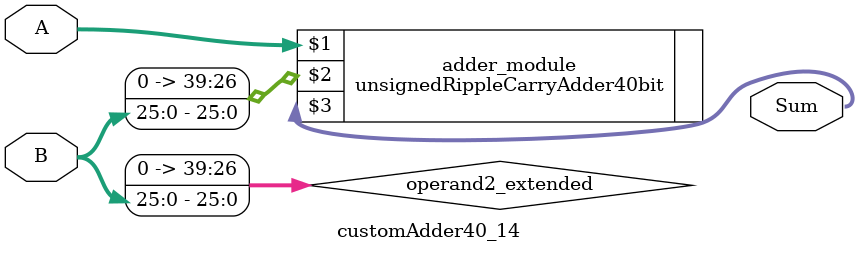
<source format=v>
module customAdder40_14(
                        input [39 : 0] A,
                        input [25 : 0] B,
                        
                        output [40 : 0] Sum
                );

        wire [39 : 0] operand2_extended;
        
        assign operand2_extended =  {14'b0, B};
        
        unsignedRippleCarryAdder40bit adder_module(
            A,
            operand2_extended,
            Sum
        );
        
        endmodule
        
</source>
